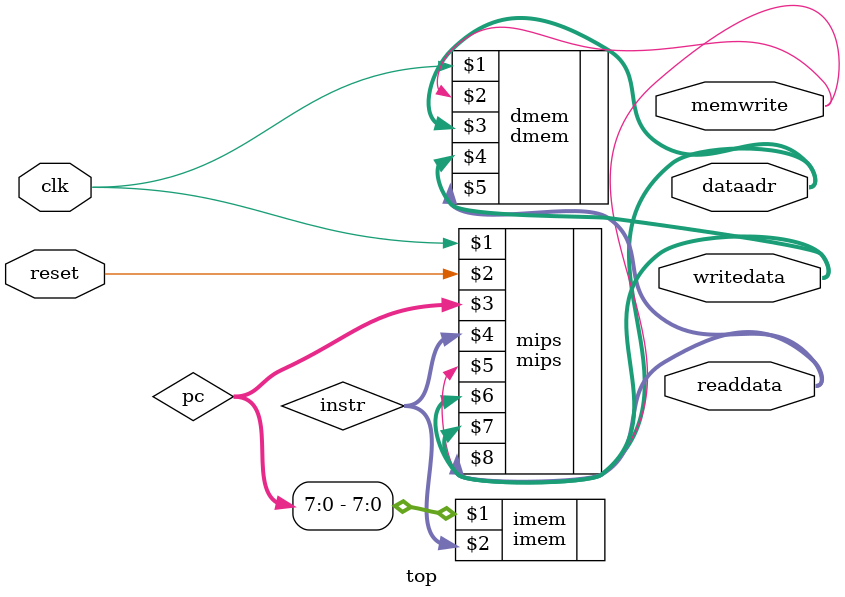
<source format=sv>
`timescale 1ns / 1ps

module top  (input   logic 	 clk, reset,            
	     output  logic[31:0] writedata, dataadr, 
	     output  logic[31:0] readdata,           
	     output  logic       memwrite);    

   logic [31:0] instr, pc;
   // instantiate processor and memories  
   mips mips (clk, reset, pc, instr, memwrite, dataadr, writedata, readdata);  
   imem imem (pc[7:0], instr);  
   dmem dmem (clk, memwrite, dataadr, writedata, readdata);

endmodule

</source>
